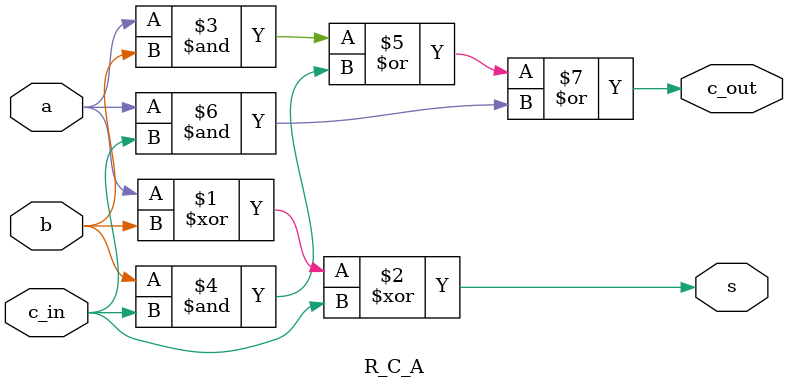
<source format=v>
`timescale 1ns / 1ps


module R_C_A(a,b,c_in,c_out,s);
input a,b,c_in;
output c_out,s;


assign s = a^b^c_in;
assign c_out = (a&b) | (b&c_in) | (a&c_in);
endmodule

</source>
